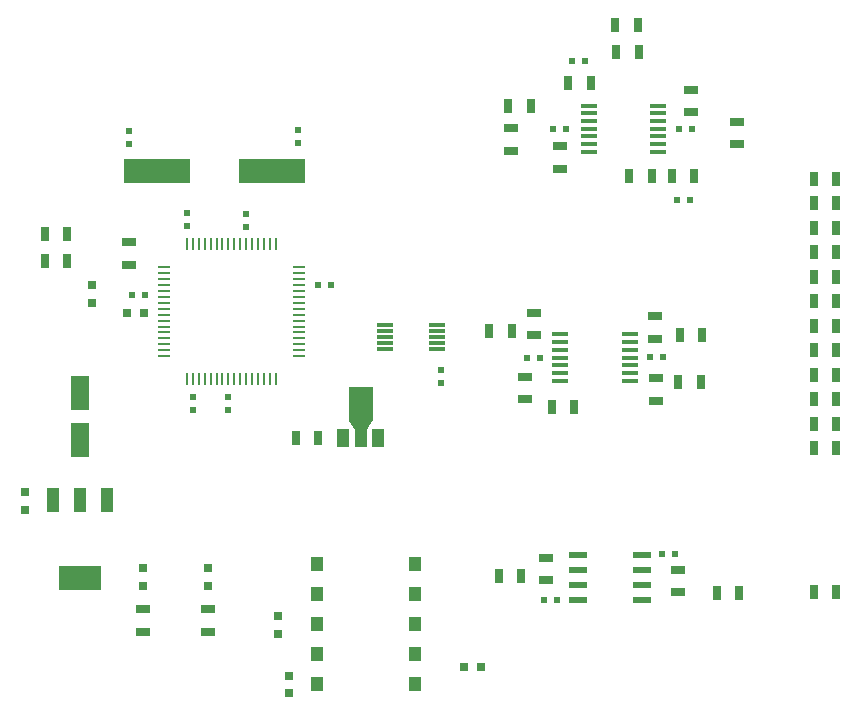
<source format=gbr>
G04 #@! TF.FileFunction,Paste,Top*
%FSLAX46Y46*%
G04 Gerber Fmt 4.6, Leading zero omitted, Abs format (unit mm)*
G04 Created by KiCad (PCBNEW 4.0.1-stable) date 17/04/2016 20:48:40*
%MOMM*%
G01*
G04 APERTURE LIST*
%ADD10C,0.100000*%
%ADD11R,1.000000X0.250000*%
%ADD12R,0.250000X1.000000*%
%ADD13R,0.750000X0.800000*%
%ADD14R,0.600000X0.500000*%
%ADD15R,0.800000X0.750000*%
%ADD16R,0.500000X0.600000*%
%ADD17R,1.501140X2.999740*%
%ADD18R,0.797560X0.797560*%
%ADD19R,0.700000X1.300000*%
%ADD20R,1.300000X0.700000*%
%ADD21R,3.657600X2.032000*%
%ADD22R,1.016000X2.032000*%
%ADD23R,1.000760X1.501140*%
%ADD24R,1.998980X2.999740*%
%ADD25R,1.100000X1.200000*%
%ADD26R,1.450000X0.450000*%
%ADD27R,1.550000X0.600000*%
%ADD28R,5.600700X2.100580*%
%ADD29R,1.400000X0.300000*%
G04 APERTURE END LIST*
D10*
D11*
X98000000Y-72350000D03*
X98000000Y-72850000D03*
X98000000Y-73350000D03*
X98000000Y-73850000D03*
X98000000Y-74350000D03*
X98000000Y-74850000D03*
X98000000Y-75350000D03*
X98000000Y-75850000D03*
X98000000Y-76350000D03*
X98000000Y-76850000D03*
X98000000Y-77350000D03*
X98000000Y-77850000D03*
X98000000Y-78350000D03*
X98000000Y-78850000D03*
X98000000Y-79350000D03*
X98000000Y-79850000D03*
D12*
X99950000Y-81800000D03*
X100450000Y-81800000D03*
X100950000Y-81800000D03*
X101450000Y-81800000D03*
X101950000Y-81800000D03*
X102450000Y-81800000D03*
X102950000Y-81800000D03*
X103450000Y-81800000D03*
X103950000Y-81800000D03*
X104450000Y-81800000D03*
X104950000Y-81800000D03*
X105450000Y-81800000D03*
X105950000Y-81800000D03*
X106450000Y-81800000D03*
X106950000Y-81800000D03*
X107450000Y-81800000D03*
D11*
X109400000Y-79850000D03*
X109400000Y-79350000D03*
X109400000Y-78850000D03*
X109400000Y-78350000D03*
X109400000Y-77850000D03*
X109400000Y-77350000D03*
X109400000Y-76850000D03*
X109400000Y-76350000D03*
X109400000Y-75850000D03*
X109400000Y-75350000D03*
X109400000Y-74850000D03*
X109400000Y-74350000D03*
X109400000Y-73850000D03*
X109400000Y-73350000D03*
X109400000Y-72850000D03*
X109400000Y-72350000D03*
D12*
X107450000Y-70400000D03*
X106950000Y-70400000D03*
X106450000Y-70400000D03*
X105950000Y-70400000D03*
X105450000Y-70400000D03*
X104950000Y-70400000D03*
X104450000Y-70400000D03*
X103950000Y-70400000D03*
X103450000Y-70400000D03*
X102950000Y-70400000D03*
X102450000Y-70400000D03*
X101950000Y-70400000D03*
X101450000Y-70400000D03*
X100950000Y-70400000D03*
X100450000Y-70400000D03*
X99950000Y-70400000D03*
D13*
X86225000Y-91400000D03*
X86225000Y-92900000D03*
D14*
X111000000Y-73850000D03*
X112100000Y-73850000D03*
D15*
X96325000Y-76225000D03*
X94825000Y-76225000D03*
D14*
X96375000Y-74675000D03*
X95275000Y-74675000D03*
D16*
X103450000Y-83325000D03*
X103450000Y-84425000D03*
X100450000Y-83300000D03*
X100450000Y-84400000D03*
X104950000Y-68900000D03*
X104950000Y-67800000D03*
X99950000Y-68800000D03*
X99950000Y-67700000D03*
D13*
X91875000Y-73875000D03*
X91875000Y-75375000D03*
D16*
X95050000Y-61925000D03*
X95050000Y-60825000D03*
X109350000Y-61800000D03*
X109350000Y-60700000D03*
X121425000Y-81000000D03*
X121425000Y-82100000D03*
D14*
X142575000Y-66600000D03*
X141475000Y-66600000D03*
X133675000Y-54850000D03*
X132575000Y-54850000D03*
X128725000Y-79975000D03*
X129825000Y-79975000D03*
X140250000Y-79900000D03*
X139150000Y-79900000D03*
X130975000Y-60600000D03*
X132075000Y-60600000D03*
X142675000Y-60600000D03*
X141575000Y-60600000D03*
X141300000Y-96600000D03*
X140200000Y-96600000D03*
X130200000Y-100525000D03*
X131300000Y-100525000D03*
D17*
X90875000Y-83001020D03*
X90875000Y-86998980D03*
D18*
X101750000Y-97826400D03*
X101750000Y-99325000D03*
X96250000Y-97826400D03*
X96250000Y-99325000D03*
D19*
X89825000Y-69550000D03*
X87925000Y-69550000D03*
X89825000Y-71825000D03*
X87925000Y-71825000D03*
X154900000Y-64850000D03*
X153000000Y-64850000D03*
X154900000Y-69000000D03*
X153000000Y-69000000D03*
X154900000Y-73150000D03*
X153000000Y-73150000D03*
X154900000Y-77300000D03*
X153000000Y-77300000D03*
X154900000Y-81450000D03*
X153000000Y-81450000D03*
X154900000Y-85600000D03*
X153000000Y-85600000D03*
X154900000Y-99825000D03*
X153000000Y-99825000D03*
X154900000Y-66925000D03*
X153000000Y-66925000D03*
X154900000Y-71075000D03*
X153000000Y-71075000D03*
X154900000Y-75225000D03*
X153000000Y-75225000D03*
X154900000Y-79375000D03*
X153000000Y-79375000D03*
X154900000Y-83525000D03*
X153000000Y-83525000D03*
X154900000Y-87675000D03*
X153000000Y-87675000D03*
X109175000Y-86800000D03*
X111075000Y-86800000D03*
D20*
X96250000Y-101300000D03*
X96250000Y-103200000D03*
X101750000Y-101300000D03*
X101750000Y-103200000D03*
X130350000Y-96950000D03*
X130350000Y-98850000D03*
D19*
X128225000Y-98450000D03*
X126325000Y-98450000D03*
D20*
X139550000Y-78375000D03*
X139550000Y-76475000D03*
X128600000Y-83500000D03*
X128600000Y-81600000D03*
D19*
X141650000Y-78050000D03*
X143550000Y-78050000D03*
X132725000Y-84150000D03*
X130825000Y-84150000D03*
X136225000Y-51800000D03*
X138125000Y-51800000D03*
X136300000Y-54150000D03*
X138200000Y-54150000D03*
X141550000Y-82075000D03*
X143450000Y-82075000D03*
X127450000Y-77750000D03*
X125550000Y-77750000D03*
X146725000Y-99925000D03*
X144825000Y-99925000D03*
D20*
X141525000Y-97950000D03*
X141525000Y-99850000D03*
X139650000Y-83625000D03*
X139650000Y-81725000D03*
X129350000Y-76200000D03*
X129350000Y-78100000D03*
D19*
X139275000Y-64625000D03*
X137375000Y-64625000D03*
X129050000Y-58650000D03*
X127150000Y-58650000D03*
X142900000Y-64625000D03*
X141000000Y-64625000D03*
X134125000Y-56700000D03*
X132225000Y-56700000D03*
D20*
X146475000Y-60000000D03*
X146475000Y-61900000D03*
X127350000Y-62450000D03*
X127350000Y-60550000D03*
X142650000Y-57300000D03*
X142650000Y-59200000D03*
X131550000Y-64000000D03*
X131550000Y-62100000D03*
D21*
X90925000Y-98652000D03*
D22*
X90925000Y-92048000D03*
X88639000Y-92048000D03*
X93211000Y-92048000D03*
D23*
X113148860Y-86826480D03*
X114650000Y-86826480D03*
X116151140Y-86826480D03*
D24*
X114650000Y-83875000D03*
D10*
G36*
X115650760Y-85349470D02*
X115150380Y-86098770D01*
X114149620Y-86098770D01*
X113649240Y-85349470D01*
X115650760Y-85349470D01*
X115650760Y-85349470D01*
G37*
D25*
X119250000Y-97470000D03*
X110950000Y-97470000D03*
X119250000Y-100010000D03*
X110950000Y-100010000D03*
X119250000Y-102550000D03*
X110950000Y-102550000D03*
X119250000Y-105090000D03*
X110950000Y-105090000D03*
X119250000Y-107630000D03*
X110950000Y-107630000D03*
D26*
X131525000Y-78025000D03*
X131525000Y-78675000D03*
X131525000Y-79325000D03*
X131525000Y-79975000D03*
X131525000Y-80625000D03*
X131525000Y-81275000D03*
X131525000Y-81925000D03*
X137425000Y-81925000D03*
X137425000Y-81275000D03*
X137425000Y-80625000D03*
X137425000Y-79975000D03*
X137425000Y-79325000D03*
X137425000Y-78675000D03*
X137425000Y-78025000D03*
D27*
X133050000Y-96720000D03*
X133050000Y-97990000D03*
X133050000Y-99260000D03*
X133050000Y-100530000D03*
X138450000Y-100530000D03*
X138450000Y-99260000D03*
X138450000Y-97990000D03*
X138450000Y-96720000D03*
D26*
X133950001Y-58650000D03*
X133950001Y-59300000D03*
X133950001Y-59950000D03*
X133950001Y-60600000D03*
X133950001Y-61250000D03*
X133950001Y-61900000D03*
X133950001Y-62550000D03*
X139850001Y-62550000D03*
X139850001Y-61900000D03*
X139850001Y-61250000D03*
X139850001Y-60600000D03*
X139850001Y-59950000D03*
X139850001Y-59300000D03*
X139850001Y-58650000D03*
D28*
X97426140Y-64175000D03*
X107123860Y-64175000D03*
D29*
X121075000Y-79250000D03*
X121075000Y-78750000D03*
X121075000Y-78250000D03*
X121075000Y-77750000D03*
X121075000Y-77250000D03*
X116675000Y-77250000D03*
X116675000Y-77750000D03*
X116675000Y-78250000D03*
X116675000Y-78750000D03*
X116675000Y-79250000D03*
D15*
X124875000Y-106150000D03*
X123375000Y-106150000D03*
D13*
X108625000Y-108400000D03*
X108625000Y-106900000D03*
X107625000Y-101900000D03*
X107625000Y-103400000D03*
D20*
X95025000Y-72125000D03*
X95025000Y-70225000D03*
M02*

</source>
